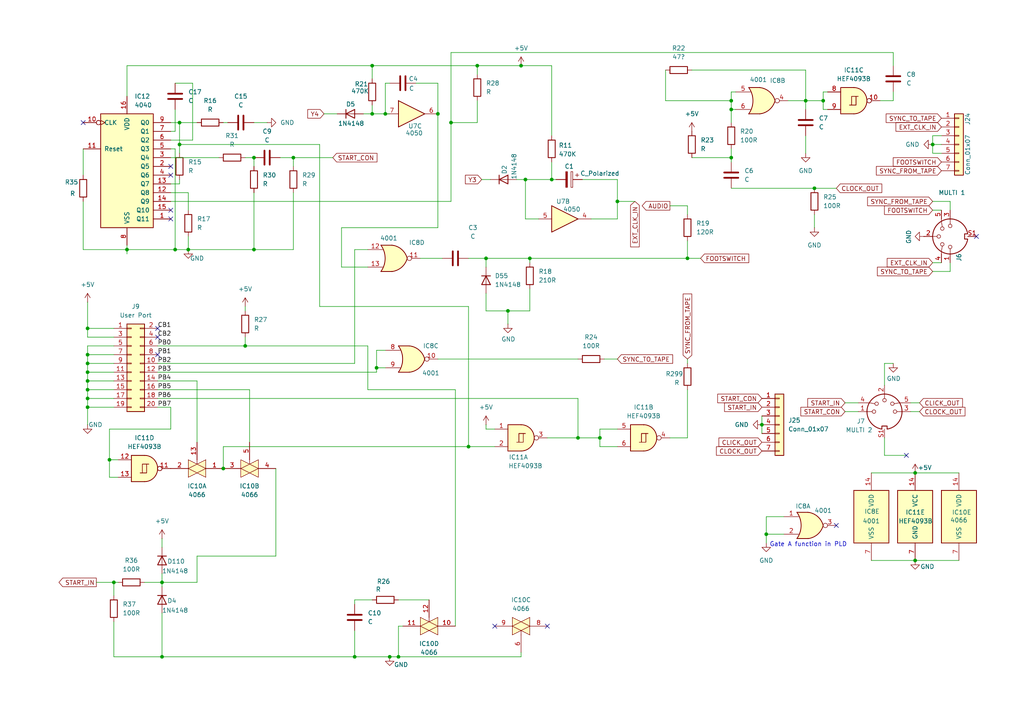
<source format=kicad_sch>
(kicad_sch (version 20250114) (generator "eeschema") (generator_version "9.0")
  (paper "A4")
  (text "Gate A function in PLD" (at 234.442 157.988 0) (effects (font (size 1.27 1.27))))
  (junction (at 52.07 41.91))
  (junction (at 113.03 190.5))
  (junction (at 265.43 137.16))
  (junction (at 265.43 162.56))
  (junction (at 173.99 127))
  (junction (at 130.81 35.56))
  (junction (at 25.4 95.25))
  (junction (at 111.76 33.02))
  (junction (at 46.99 168.91))
  (junction (at 152.4 52.07))
  (junction (at 127 33.02))
  (junction (at 233.68 29.21))
  (junction (at 151.13 19.05))
  (junction (at 138.43 19.05))
  (junction (at 238.76 29.21))
  (junction (at 25.4 105.41))
  (junction (at 140.97 74.93))
  (junction (at 167.64 127))
  (junction (at 50.8 72.39))
  (junction (at 270.51 41.91))
  (junction (at 25.4 110.49))
  (junction (at 109.22 106.68))
  (junction (at 25.4 118.11))
  (junction (at 107.95 33.02))
  (junction (at 147.32 90.17))
  (junction (at 25.4 113.03))
  (junction (at 85.09 45.72))
  (junction (at 52.07 35.56))
  (junction (at 179.07 58.42))
  (junction (at 54.61 72.39))
  (junction (at 102.87 190.5))
  (junction (at 212.09 45.72))
  (junction (at 115.57 190.5))
  (junction (at 25.4 107.95))
  (junction (at 31.75 133.35))
  (junction (at 25.4 115.57))
  (junction (at 236.22 54.61))
  (junction (at 71.12 100.33))
  (junction (at 220.98 123.19))
  (junction (at 222.25 154.94))
  (junction (at 73.66 45.72))
  (junction (at 46.99 190.5))
  (junction (at 25.4 102.87))
  (junction (at 107.95 19.05))
  (junction (at 212.09 29.21))
  (junction (at 160.02 52.07))
  (junction (at 135.89 129.54))
  (junction (at 73.66 72.39))
  (junction (at 212.09 31.75))
  (junction (at 64.77 135.89))
  (junction (at 199.39 74.93))
  (junction (at 33.02 168.91))
  (junction (at 153.67 74.93))
  (junction (at 36.83 72.39))
  (no_connect (at 283.21 68.58))
  (no_connect (at 45.72 102.87))
  (no_connect (at 49.53 50.8))
  (no_connect (at 242.57 152.4))
  (no_connect (at 158.75 181.61))
  (no_connect (at 45.72 97.79))
  (no_connect (at 262.89 132.08))
  (no_connect (at 49.53 48.26))
  (no_connect (at 24.13 35.56))
  (no_connect (at 143.51 181.61))
  (no_connect (at 45.72 95.25))
  (no_connect (at 49.53 60.96))
  (no_connect (at 49.53 63.5))
  (wire (pts (xy 80.01 135.89) (xy 80.01 161.29)))
  (wire (pts (xy 25.4 107.95) (xy 33.02 107.95)))
  (wire (pts (xy 264.16 116.84) (xy 266.7 116.84)))
  (wire (pts (xy 102.87 105.41) (xy 102.87 72.39)))
  (wire (pts (xy 25.4 100.33) (xy 25.4 102.87)))
  (wire (pts (xy 49.53 58.42) (xy 130.81 58.42)))
  (wire (pts (xy 25.4 87.63) (xy 25.4 95.25)))
  (wire (pts (xy 233.68 29.21) (xy 233.68 20.32)))
  (wire (pts (xy 140.97 124.46) (xy 140.97 123.19)))
  (wire (pts (xy 238.76 29.21) (xy 238.76 26.67)))
  (wire (pts (xy 93.98 33.02) (xy 97.79 33.02)))
  (wire (pts (xy 49.53 40.64) (xy 55.88 40.64)))
  (wire (pts (xy 52.07 41.91) (xy 92.71 41.91)))
  (wire (pts (xy 71.12 100.33) (xy 106.68 100.33)))
  (wire (pts (xy 116.84 181.61) (xy 115.57 181.61)))
  (wire (pts (xy 236.22 54.61) (xy 242.57 54.61)))
  (wire (pts (xy 50.8 24.13) (xy 55.88 24.13)))
  (wire (pts (xy 25.4 110.49) (xy 33.02 110.49)))
  (wire (pts (xy 36.83 71.12) (xy 36.83 72.39)))
  (wire (pts (xy 25.4 110.49) (xy 25.4 113.03)))
  (wire (pts (xy 25.4 113.03) (xy 25.4 115.57)))
  (wire (pts (xy 199.39 69.85) (xy 199.39 74.93)))
  (wire (pts (xy 127 104.14) (xy 167.64 104.14)))
  (wire (pts (xy 49.53 45.72) (xy 63.5 45.72)))
  (wire (pts (xy 168.91 52.07) (xy 179.07 52.07)))
  (wire (pts (xy 57.15 110.49) (xy 57.15 128.27)))
  (wire (pts (xy 54.61 72.39) (xy 73.66 72.39)))
  (wire (pts (xy 36.83 19.05) (xy 36.83 27.94)))
  (wire (pts (xy 259.08 26.67) (xy 259.08 29.21)))
  (wire (pts (xy 92.71 88.9) (xy 135.89 88.9)))
  (wire (pts (xy 222.25 154.94) (xy 222.25 157.48)))
  (wire (pts (xy 265.43 162.56) (xy 278.13 162.56)))
  (wire (pts (xy 153.67 74.93) (xy 153.67 76.2)))
  (wire (pts (xy 227.33 154.94) (xy 222.25 154.94)))
  (wire (pts (xy 73.66 45.72) (xy 73.66 48.26)))
  (wire (pts (xy 33.02 190.5) (xy 46.99 190.5)))
  (wire (pts (xy 158.75 127) (xy 167.64 127)))
  (wire (pts (xy 152.4 52.07) (xy 152.4 63.5)))
  (wire (pts (xy 41.91 168.91) (xy 46.99 168.91)))
  (wire (pts (xy 151.13 190.5) (xy 151.13 189.23)))
  (wire (pts (xy 25.4 107.95) (xy 25.4 110.49)))
  (wire (pts (xy 160.02 46.99) (xy 160.02 52.07)))
  (wire (pts (xy 194.31 127) (xy 199.39 127)))
  (wire (pts (xy 25.4 95.25) (xy 25.4 97.79)))
  (wire (pts (xy 115.57 173.99) (xy 124.46 173.99)))
  (wire (pts (xy 25.4 105.41) (xy 33.02 105.41)))
  (wire (pts (xy 160.02 19.05) (xy 160.02 39.37)))
  (wire (pts (xy 111.76 106.68) (xy 109.22 106.68)))
  (wire (pts (xy 33.02 168.91) (xy 34.29 168.91)))
  (wire (pts (xy 270.51 39.37) (xy 270.51 41.91)))
  (wire (pts (xy 220.98 120.65) (xy 220.98 123.19)))
  (wire (pts (xy 200.66 20.32) (xy 233.68 20.32)))
  (wire (pts (xy 212.09 54.61) (xy 236.22 54.61)))
  (wire (pts (xy 259.08 105.41) (xy 256.54 105.41)))
  (wire (pts (xy 25.4 115.57) (xy 25.4 118.11)))
  (wire (pts (xy 52.07 44.45) (xy 52.07 41.91)))
  (wire (pts (xy 54.61 55.88) (xy 54.61 60.96)))
  (wire (pts (xy 92.71 41.91) (xy 92.71 88.9)))
  (wire (pts (xy 25.4 102.87) (xy 33.02 102.87)))
  (wire (pts (xy 50.8 31.75) (xy 50.8 38.1)))
  (wire (pts (xy 135.89 74.93) (xy 140.97 74.93)))
  (wire (pts (xy 54.61 68.58) (xy 54.61 72.39)))
  (wire (pts (xy 273.05 39.37) (xy 270.51 39.37)))
  (wire (pts (xy 171.45 63.5) (xy 179.07 63.5)))
  (wire (pts (xy 71.12 97.79) (xy 71.12 100.33)))
  (wire (pts (xy 25.4 118.11) (xy 25.4 123.19)))
  (wire (pts (xy 275.59 76.2) (xy 275.59 78.74)))
  (wire (pts (xy 147.32 90.17) (xy 153.67 90.17)))
  (wire (pts (xy 130.81 15.24) (xy 259.08 15.24)))
  (wire (pts (xy 49.53 55.88) (xy 54.61 55.88)))
  (wire (pts (xy 85.09 55.88) (xy 85.09 72.39)))
  (wire (pts (xy 73.66 72.39) (xy 85.09 72.39)))
  (wire (pts (xy 127 33.02) (xy 127 66.04)))
  (wire (pts (xy 115.57 190.5) (xy 151.13 190.5)))
  (wire (pts (xy 140.97 74.93) (xy 140.97 77.47)))
  (wire (pts (xy 220.98 123.19) (xy 220.98 125.73)))
  (wire (pts (xy 113.03 190.5) (xy 102.87 190.5)))
  (wire (pts (xy 256.54 132.08) (xy 256.54 127)))
  (wire (pts (xy 173.99 129.54) (xy 179.07 129.54)))
  (wire (pts (xy 238.76 26.67) (xy 240.03 26.67)))
  (wire (pts (xy 36.83 19.05) (xy 107.95 19.05)))
  (wire (pts (xy 46.99 168.91) (xy 46.99 170.18)))
  (wire (pts (xy 212.09 29.21) (xy 212.09 26.67)))
  (wire (pts (xy 107.95 173.99) (xy 102.87 173.99)))
  (wire (pts (xy 259.08 29.21) (xy 255.27 29.21)))
  (wire (pts (xy 127 24.13) (xy 127 33.02)))
  (wire (pts (xy 50.8 43.18) (xy 50.8 72.39)))
  (wire (pts (xy 24.13 43.18) (xy 24.13 50.8)))
  (wire (pts (xy 256.54 105.41) (xy 256.54 111.76)))
  (wire (pts (xy 179.07 52.07) (xy 179.07 58.42)))
  (wire (pts (xy 25.4 113.03) (xy 33.02 113.03)))
  (wire (pts (xy 227.33 149.86) (xy 222.25 149.86)))
  (wire (pts (xy 50.8 43.18) (xy 49.53 43.18)))
  (wire (pts (xy 57.15 161.29) (xy 80.01 161.29)))
  (wire (pts (xy 199.39 113.03) (xy 199.39 127)))
  (wire (pts (xy 25.4 115.57) (xy 33.02 115.57)))
  (wire (pts (xy 52.07 35.56) (xy 57.15 35.56)))
  (wire (pts (xy 45.72 113.03) (xy 72.39 113.03)))
  (wire (pts (xy 31.75 124.46) (xy 31.75 133.35)))
  (wire (pts (xy 45.72 115.57) (xy 167.64 115.57)))
  (wire (pts (xy 252.73 137.16) (xy 265.43 137.16)))
  (wire (pts (xy 33.02 97.79) (xy 25.4 97.79)))
  (wire (pts (xy 46.99 190.5) (xy 102.87 190.5)))
  (wire (pts (xy 259.08 15.24) (xy 259.08 19.05)))
  (wire (pts (xy 193.04 20.32) (xy 193.04 29.21)))
  (wire (pts (xy 173.99 124.46) (xy 179.07 124.46)))
  (wire (pts (xy 212.09 35.56) (xy 212.09 31.75)))
  (wire (pts (xy 140.97 90.17) (xy 147.32 90.17)))
  (wire (pts (xy 270.51 78.74) (xy 275.59 78.74)))
  (wire (pts (xy 270.51 76.2) (xy 273.05 76.2)))
  (wire (pts (xy 109.22 106.68) (xy 109.22 107.95)))
  (wire (pts (xy 138.43 35.56) (xy 130.81 35.56)))
  (wire (pts (xy 109.22 101.6) (xy 109.22 106.68)))
  (wire (pts (xy 120.65 24.13) (xy 127 24.13)))
  (wire (pts (xy 275.59 58.42) (xy 270.51 58.42)))
  (wire (pts (xy 130.81 35.56) (xy 130.81 15.24)))
  (wire (pts (xy 46.99 166.37) (xy 46.99 168.91)))
  (wire (pts (xy 228.6 29.21) (xy 233.68 29.21)))
  (wire (pts (xy 64.77 129.54) (xy 135.89 129.54)))
  (wire (pts (xy 111.76 101.6) (xy 109.22 101.6)))
  (wire (pts (xy 81.28 45.72) (xy 85.09 45.72)))
  (wire (pts (xy 245.11 119.38) (xy 248.92 119.38)))
  (wire (pts (xy 52.07 53.34) (xy 52.07 52.07)))
  (wire (pts (xy 36.83 72.39) (xy 24.13 72.39)))
  (wire (pts (xy 52.07 41.91) (xy 52.07 35.56)))
  (wire (pts (xy 121.92 74.93) (xy 128.27 74.93)))
  (wire (pts (xy 212.09 45.72) (xy 212.09 46.99)))
  (wire (pts (xy 167.64 127) (xy 173.99 127)))
  (wire (pts (xy 212.09 43.18) (xy 212.09 45.72)))
  (wire (pts (xy 233.68 39.37) (xy 233.68 44.45)))
  (wire (pts (xy 140.97 85.09) (xy 140.97 90.17)))
  (wire (pts (xy 138.43 29.21) (xy 138.43 35.56)))
  (wire (pts (xy 222.25 149.86) (xy 222.25 154.94)))
  (wire (pts (xy 33.02 100.33) (xy 25.4 100.33)))
  (wire (pts (xy 113.03 33.02) (xy 111.76 33.02)))
  (wire (pts (xy 132.08 113.03) (xy 132.08 181.61)))
  (wire (pts (xy 173.99 127) (xy 173.99 129.54)))
  (wire (pts (xy 143.51 124.46) (xy 140.97 124.46)))
  (wire (pts (xy 34.29 138.43) (xy 31.75 138.43)))
  (wire (pts (xy 49.53 38.1) (xy 50.8 38.1)))
  (wire (pts (xy 138.43 19.05) (xy 151.13 19.05)))
  (wire (pts (xy 149.86 52.07) (xy 152.4 52.07)))
  (wire (pts (xy 107.95 19.05) (xy 138.43 19.05)))
  (wire (pts (xy 27.94 168.91) (xy 33.02 168.91)))
  (wire (pts (xy 33.02 168.91) (xy 33.02 172.72)))
  (wire (pts (xy 199.39 59.69) (xy 199.39 62.23)))
  (wire (pts (xy 46.99 177.8) (xy 46.99 190.5)))
  (wire (pts (xy 99.06 77.47) (xy 106.68 77.47)))
  (wire (pts (xy 64.77 135.89) (xy 64.77 129.54)))
  (wire (pts (xy 24.13 72.39) (xy 24.13 58.42)))
  (wire (pts (xy 102.87 182.88) (xy 102.87 190.5)))
  (wire (pts (xy 57.15 168.91) (xy 57.15 161.29)))
  (wire (pts (xy 135.89 88.9) (xy 135.89 129.54)))
  (wire (pts (xy 179.07 58.42) (xy 179.07 63.5)))
  (wire (pts (xy 64.77 35.56) (xy 66.04 35.56)))
  (wire (pts (xy 25.4 118.11) (xy 33.02 118.11)))
  (wire (pts (xy 73.66 55.88) (xy 73.66 72.39)))
  (wire (pts (xy 49.53 53.34) (xy 52.07 53.34)))
  (wire (pts (xy 45.72 118.11) (xy 49.53 118.11)))
  (wire (pts (xy 175.26 104.14) (xy 179.07 104.14)))
  (wire (pts (xy 173.99 124.46) (xy 173.99 127)))
  (wire (pts (xy 199.39 105.41) (xy 199.39 104.14)))
  (wire (pts (xy 212.09 31.75) (xy 213.36 31.75)))
  (wire (pts (xy 193.04 29.21) (xy 212.09 29.21)))
  (wire (pts (xy 49.53 118.11) (xy 49.53 124.46)))
  (wire (pts (xy 85.09 45.72) (xy 96.52 45.72)))
  (wire (pts (xy 45.72 107.95) (xy 109.22 107.95)))
  (wire (pts (xy 25.4 95.25) (xy 33.02 95.25)))
  (wire (pts (xy 238.76 29.21) (xy 233.68 29.21)))
  (wire (pts (xy 238.76 31.75) (xy 238.76 29.21)))
  (wire (pts (xy 52.07 35.56) (xy 49.53 35.56)))
  (wire (pts (xy 36.83 72.39) (xy 36.83 73.66)))
  (wire (pts (xy 273.05 44.45) (xy 270.51 44.45)))
  (wire (pts (xy 111.76 24.13) (xy 111.76 33.02)))
  (wire (pts (xy 107.95 33.02) (xy 111.76 33.02)))
  (wire (pts (xy 138.43 19.05) (xy 138.43 21.59)))
  (wire (pts (xy 245.11 116.84) (xy 248.92 116.84)))
  (wire (pts (xy 105.41 33.02) (xy 107.95 33.02)))
  (wire (pts (xy 106.68 100.33) (xy 106.68 113.03)))
  (wire (pts (xy 143.51 129.54) (xy 135.89 129.54)))
  (wire (pts (xy 233.68 29.21) (xy 233.68 31.75)))
  (wire (pts (xy 265.43 137.16) (xy 278.13 137.16)))
  (wire (pts (xy 45.72 105.41) (xy 102.87 105.41)))
  (wire (pts (xy 270.51 41.91) (xy 273.05 41.91)))
  (wire (pts (xy 72.39 113.03) (xy 72.39 128.27)))
  (wire (pts (xy 115.57 181.61) (xy 115.57 190.5)))
  (wire (pts (xy 111.76 24.13) (xy 113.03 24.13)))
  (wire (pts (xy 184.15 58.42) (xy 179.07 58.42)))
  (wire (pts (xy 262.89 132.08) (xy 256.54 132.08)))
  (wire (pts (xy 25.4 102.87) (xy 25.4 105.41)))
  (wire (pts (xy 200.66 45.72) (xy 212.09 45.72)))
  (wire (pts (xy 194.31 59.69) (xy 199.39 59.69)))
  (wire (pts (xy 46.99 168.91) (xy 57.15 168.91)))
  (wire (pts (xy 152.4 63.5) (xy 156.21 63.5)))
  (wire (pts (xy 127 66.04) (xy 99.06 66.04)))
  (wire (pts (xy 275.59 60.96) (xy 275.59 58.42)))
  (wire (pts (xy 31.75 138.43) (xy 31.75 133.35)))
  (wire (pts (xy 160.02 52.07) (xy 161.29 52.07)))
  (wire (pts (xy 113.03 190.5) (xy 115.57 190.5)))
  (wire (pts (xy 140.97 74.93) (xy 153.67 74.93)))
  (wire (pts (xy 152.4 52.07) (xy 160.02 52.07)))
  (wire (pts (xy 49.53 124.46) (xy 31.75 124.46)))
  (wire (pts (xy 71.12 88.9) (xy 71.12 90.17)))
  (wire (pts (xy 252.73 162.56) (xy 265.43 162.56)))
  (wire (pts (xy 236.22 62.23) (xy 236.22 66.04)))
  (wire (pts (xy 264.16 119.38) (xy 266.7 119.38)))
  (wire (pts (xy 102.87 72.39) (xy 106.68 72.39)))
  (wire (pts (xy 270.51 60.96) (xy 273.05 60.96)))
  (wire (pts (xy 73.66 35.56) (xy 77.47 35.56)))
  (wire (pts (xy 167.64 115.57) (xy 167.64 127)))
  (wire (pts (xy 46.99 156.21) (xy 46.99 158.75)))
  (wire (pts (xy 199.39 74.93) (xy 203.2 74.93)))
  (wire (pts (xy 238.76 31.75) (xy 240.03 31.75)))
  (wire (pts (xy 160.02 19.05) (xy 151.13 19.05)))
  (wire (pts (xy 25.4 105.41) (xy 25.4 107.95)))
  (wire (pts (xy 31.75 133.35) (xy 34.29 133.35)))
  (wire (pts (xy 33.02 190.5) (xy 33.02 180.34)))
  (wire (pts (xy 153.67 74.93) (xy 199.39 74.93)))
  (wire (pts (xy 107.95 19.05) (xy 107.95 22.86)))
  (wire (pts (xy 55.88 40.64) (xy 55.88 24.13)))
  (wire (pts (xy 50.8 72.39) (xy 54.61 72.39)))
  (wire (pts (xy 102.87 173.99) (xy 102.87 175.26)))
  (wire (pts (xy 212.09 31.75) (xy 212.09 29.21)))
  (wire (pts (xy 50.8 72.39) (xy 36.83 72.39)))
  (wire (pts (xy 45.72 100.33) (xy 71.12 100.33)))
  (wire (pts (xy 107.95 30.48) (xy 107.95 33.02)))
  (wire (pts (xy 71.12 45.72) (xy 73.66 45.72)))
  (wire (pts (xy 45.72 110.49) (xy 57.15 110.49)))
  (wire (pts (xy 153.67 90.17) (xy 153.67 83.82)))
  (wire (pts (xy 130.81 58.42) (xy 130.81 35.56)))
  (wire (pts (xy 106.68 113.03) (xy 132.08 113.03)))
  (wire (pts (xy 212.09 26.67) (xy 213.36 26.67)))
  (wire (pts (xy 85.09 45.72) (xy 85.09 48.26)))
  (wire (pts (xy 270.51 44.45) (xy 270.51 41.91)))
  (wire (pts (xy 147.32 90.17) (xy 147.32 93.98)))
  (wire (pts (xy 99.06 66.04) (xy 99.06 77.47)))
  (wire (pts (xy 139.7 52.07) (xy 142.24 52.07)))
  (label "PB7" (at 45.72 118.11 0))
  (label "PB4" (at 45.72 110.49 0))
  (label "PB0" (at 45.72 100.33 0))
  (label "PB2" (at 45.72 105.41 0))
  (label "CB1" (at 45.72 95.25 0))
  (label "PB3" (at 45.72 107.95 0))
  (label "PB5" (at 45.72 113.03 0))
  (label "CB2" (at 45.72 97.79 0))
  (label "PB1" (at 45.72 102.87 0))
  (label "PB6" (at 45.72 115.57 0))
  (global_label "SYNC_FROM_TAPE" (shape input) (at 273.05 49.53 180) (property "Intersheetrefs" "${INTERSHEET_REFS}" (effects (hide yes))))
  (global_label "SYNC_TO_TAPE" (shape input) (at 273.05 34.29 180) (property "Intersheetrefs" "${INTERSHEET_REFS}" (effects (hide yes))))
  (global_label "CLICK_OUT" (shape input) (at 266.7 116.84 0) (property "Intersheetrefs" "${INTERSHEET_REFS}" (effects (hide yes))))
  (global_label "SYNC_FROM_TAPE" (shape input) (at 199.39 104.14 90) (property "Intersheetrefs" "${INTERSHEET_REFS}" (effects (hide yes))))
  (global_label "START_CON" (shape input) (at 220.98 115.57 180) (property "Intersheetrefs" "${INTERSHEET_REFS}" (effects (hide yes))))
  (global_label "START_IN" (shape output) (at 27.94 168.91 180) (property "Intersheetrefs" "${INTERSHEET_REFS}" (effects (hide yes))))
  (global_label "SYNC_TO_TAPE" (shape input) (at 270.51 78.74 180) (property "Intersheetrefs" "${INTERSHEET_REFS}" (effects (hide yes))))
  (global_label "Y3" (shape input) (at 139.7 52.07 180) (property "Intersheetrefs" "${INTERSHEET_REFS}" (effects (hide yes))))
  (global_label "EXT_CLK_IN" (shape input) (at 270.51 76.2 180) (property "Intersheetrefs" "${INTERSHEET_REFS}" (effects (hide yes))))
  (global_label "CLICK_OUT" (shape input) (at 220.98 128.27 180) (property "Intersheetrefs" "${INTERSHEET_REFS}" (effects (hide yes))))
  (global_label "CLOCK_OUT" (shape input) (at 242.57 54.61 0) (property "Intersheetrefs" "${INTERSHEET_REFS}" (effects (hide yes))))
  (global_label "START_CON" (shape input) (at 96.52 45.72 0) (property "Intersheetrefs" "${INTERSHEET_REFS}" (effects (hide yes))))
  (global_label "FOOTSWITCH" (shape input) (at 273.05 46.99 180) (property "Intersheetrefs" "${INTERSHEET_REFS}" (effects (hide yes))))
  (global_label "SYNC_TO_TAPE" (shape input) (at 179.07 104.14 0) (property "Intersheetrefs" "${INTERSHEET_REFS}" (effects (hide yes))))
  (global_label "START_IN" (shape input) (at 220.98 118.11 180) (property "Intersheetrefs" "${INTERSHEET_REFS}" (effects (hide yes))))
  (global_label "START_CON" (shape input) (at 245.11 119.38 180) (property "Intersheetrefs" "${INTERSHEET_REFS}" (effects (hide yes))))
  (global_label "Y4" (shape input) (at 93.98 33.02 180) (property "Intersheetrefs" "${INTERSHEET_REFS}" (effects (hide yes))))
  (global_label "CLOCK_OUT" (shape input) (at 220.98 130.81 180) (property "Intersheetrefs" "${INTERSHEET_REFS}" (effects (hide yes))))
  (global_label "AUDIO" (shape output) (at 194.31 59.69 180) (property "Intersheetrefs" "${INTERSHEET_REFS}" (effects (hide yes))))
  (global_label "EXT_CLK_IN" (shape input) (at 184.15 58.42 270) (property "Intersheetrefs" "${INTERSHEET_REFS}" (effects (hide yes))))
  (global_label "EXT_CLK_IN" (shape input) (at 273.05 36.83 180) (property "Intersheetrefs" "${INTERSHEET_REFS}" (effects (hide yes))))
  (global_label "START_IN" (shape input) (at 245.11 116.84 180) (property "Intersheetrefs" "${INTERSHEET_REFS}" (effects (hide yes))))
  (global_label "CLOCK_OUT" (shape input) (at 266.7 119.38 0) (property "Intersheetrefs" "${INTERSHEET_REFS}" (effects (hide yes))))
  (global_label "FOOTSWITCH" (shape input) (at 270.51 60.96 180) (property "Intersheetrefs" "${INTERSHEET_REFS}" (effects (hide yes))))
  (global_label "FOOTSWITCH" (shape input) (at 203.2 74.93 0) (property "Intersheetrefs" "${INTERSHEET_REFS}" (effects (hide yes))))
  (global_label "SYNC_FROM_TAPE" (shape input) (at 270.51 58.42 180) (property "Intersheetrefs" "${INTERSHEET_REFS}" (effects (hide yes))))
  (symbol (lib_id "4xxx:4066") (at 278.13 149.86 0) (unit 5)
    (property "Reference" "IC10" (at 276.098 148.59 0) (effects (justify left)))
    (property "Value" "4066" (at 275.59 150.876 0) (effects (justify left)))
    (property "Footprint" "Package_DIP:DIP-14_W7.62mm_Socket_LongPads" (effects (hide yes)))
    (property "Datasheet" "http://www.ti.com/lit/ds/symlink/cd4066b.pdf" (effects (hide yes)))
    (property "Description" "Quad Analog Switches" (effects (hide yes)))
  )
  (symbol (lib_id "power:GND") (at 222.25 157.48 0) (unit 1)
    (property "Reference" "#PWR042" (effects (hide yes)))
    (property "Value" "GND" (at 222.25 162.56 0))
    (property "Description" "Power symbol creates a global label with name \"GND\" , ground" (effects (hide yes)))
  )
  (symbol (lib_id "power:GND") (at 270.51 41.91 270) (unit 1)
    (property "Reference" "#PWR055" (effects (hide yes)))
    (property "Value" "GND" (at 266.7 41.9099 90) (effects (justify right)))
    (property "Description" "Power symbol creates a global label with name \"GND\" , ground" (effects (hide yes)))
  )
  (symbol (lib_id "Diode:1N4148") (at 140.97 81.28 270) (unit 1)
    (property "Reference" "D55" (at 143.51 80.0099 90) (effects (justify left)))
    (property "Value" "1N4148" (at 143.51 82.5499 90) (effects (justify left)))
    (property "Footprint" "Diode_THT:D_DO-35_SOD27_P7.62mm_Horizontal" (effects (hide yes)))
    (property "Datasheet" "https://assets.nexperia.com/documents/data-sheet/1N4148_1N4448.pdf" (effects (hide yes)))
    (property "Description" "100V 0.15A standard switching diode, DO-35" (effects (hide yes)))
    (property "Sim.Device" "D" (effects (hide yes)))
    (property "Sim.Pins" "1=K 2=A" (effects (hide yes)))
  )
  (symbol (lib_id "4xxx:4050") (at 119.38 33.02 0) (unit 3)
    (property "Reference" "U7" (at 120.396 36.576 0))
    (property "Value" "4050" (at 120.142 38.608 0))
    (property "Footprint" "Package_DIP:DIP-16_W7.62mm_LongPads" (effects (hide yes)))
    (property "Datasheet" "http://www.intersil.com/content/dam/intersil/documents/cd40/cd4050bms.pdf" (effects (hide yes)))
    (property "Description" "Hex Buffer" (effects (hide yes)))
  )
  (symbol (lib_id "Device:R") (at 54.61 64.77 0) (unit 1)
    (property "Reference" "R17" (at 57.15 63.4999 0) (effects (justify left)))
    (property "Value" "R" (at 57.15 66.0399 0) (effects (justify left)))
    (property "Footprint" "Resistor_THT:R_Axial_DIN0207_L6.3mm_D2.5mm_P10.16mm_Horizontal" (effects (hide yes)))
    (property "Description" "Resistor" (effects (hide yes)))
  )
  (symbol (lib_id "Diode:1N4148") (at 46.99 173.99 270) (unit 1)
    (property "Reference" "D4" (at 48.514 174.244 90) (effects (justify left)))
    (property "Value" "1N4148" (at 46.99 177.038 90) (effects (justify left)))
    (property "Footprint" "Diode_THT:D_DO-35_SOD27_P7.62mm_Horizontal" (effects (hide yes)))
    (property "Datasheet" "https://assets.nexperia.com/documents/data-sheet/1N4148_1N4448.pdf" (effects (hide yes)))
    (property "Description" "100V 0.15A standard switching diode, DO-35" (effects (hide yes)))
    (property "Sim.Device" "D" (effects (hide yes)))
    (property "Sim.Pins" "1=K 2=A" (effects (hide yes)))
  )
  (symbol (lib_id "power:+5V") (at 25.4 87.63 0) (unit 1)
    (property "Reference" "#PWR03" (effects (hide yes)))
    (property "Value" "+5V" (at 25.4 82.55 0))
    (property "Description" "Power symbol creates a global label with name \"+5V\"" (effects (hide yes)))
  )
  (symbol (lib_id "power:GND") (at 236.22 66.04 0) (unit 1)
    (property "Reference" "#PWR040" (effects (hide yes)))
    (property "Value" "GND" (at 236.22 71.12 0))
    (property "Description" "Power symbol creates a global label with name \"GND\" , ground" (effects (hide yes)))
  )
  (symbol (lib_id "4xxx:4050") (at 163.83 63.5 0) (unit 2)
    (property "Reference" "U7" (at 163.322 58.42 0))
    (property "Value" "4050" (at 165.862 60.706 0))
    (property "Footprint" "Package_DIP:DIP-16_W7.62mm_LongPads" (effects (hide yes)))
    (property "Datasheet" "http://www.intersil.com/content/dam/intersil/documents/cd40/cd4050bms.pdf" (effects (hide yes)))
    (property "Description" "Hex Buffer" (effects (hide yes)))
  )
  (symbol (lib_id "Device:R") (at 71.12 93.98 0) (unit 1)
    (property "Reference" "R27" (at 73.66 92.7099 0) (effects (justify left)))
    (property "Value" "R" (at 73.66 95.2499 0) (effects (justify left)))
    (property "Footprint" "Resistor_THT:R_Axial_DIN0207_L6.3mm_D2.5mm_P10.16mm_Horizontal" (effects (hide yes)))
    (property "Description" "Resistor" (effects (hide yes)))
  )
  (symbol (lib_id "4xxx:4066") (at 57.15 135.89 0) (mirror y) (unit 1)
    (property "Reference" "IC10" (at 57.15 140.97 0))
    (property "Value" "4066" (at 57.15 143.51 0))
    (property "Footprint" "Package_DIP:DIP-14_W7.62mm_Socket_LongPads" (effects (hide yes)))
    (property "Datasheet" "http://www.ti.com/lit/ds/symlink/cd4066b.pdf" (effects (hide yes)))
    (property "Description" "Quad Analog Switches" (effects (hide yes)))
  )
  (symbol (lib_id "Device:R") (at 52.07 48.26 0) (unit 1)
    (property "Reference" "R15" (at 54.61 46.9899 0) (effects (justify left)))
    (property "Value" "R" (at 54.61 49.5299 0) (effects (justify left)))
    (property "Footprint" "Resistor_THT:R_Axial_DIN0207_L6.3mm_D2.5mm_P10.16mm_Horizontal" (effects (hide yes)))
    (property "Description" "Resistor" (effects (hide yes)))
  )
  (symbol (lib_id "4xxx:HEF4093B") (at 41.91 135.89 0) (unit 4)
    (property "Reference" "IC11" (at 41.9017 127 0))
    (property "Value" "HEF4093B" (at 41.9017 129.54 0))
    (property "Footprint" "Package_DIP:DIP-14_W7.62mm_Socket_LongPads" (effects (hide yes)))
    (property "Datasheet" "https://assets.nexperia.com/documents/data-sheet/HEF4093B.pdf" (effects (hide yes)))
    (property "Description" "Quad 2-Input NAND Schmitt Trigger, SOIC-14" (effects (hide yes)))
  )
  (symbol (lib_id "Connector_Generic:Conn_01x07") (at 226.06 123.19 0) (unit 1)
    (property "Reference" "J25" (at 228.6 121.9199 0) (effects (justify left)))
    (property "Value" "Conn_01x07" (at 228.6 124.4599 0) (effects (justify left)))
    (property "Footprint" "Connector_PinHeader_2.54mm:PinHeader_1x07_P2.54mm_Vertical" (effects (hide yes)))
    (property "Description" "Generic connector, single row, 01x07, script generated (kicad-library-utils/schlib/autogen/connector/)" (effects (hide yes)))
  )
  (symbol (lib_id "4xxx:4066") (at 72.39 135.89 0) (mirror y) (unit 2)
    (property "Reference" "IC10" (at 72.39 140.97 0))
    (property "Value" "4066" (at 72.39 143.51 0))
    (property "Footprint" "Package_DIP:DIP-14_W7.62mm_Socket_LongPads" (effects (hide yes)))
    (property "Datasheet" "http://www.ti.com/lit/ds/symlink/cd4066b.pdf" (effects (hide yes)))
    (property "Description" "Quad Analog Switches" (effects (hide yes)))
  )
  (symbol (lib_id "Device:C") (at 259.08 22.86 0) (unit 1)
    (property "Reference" "C8" (at 262.89 21.5899 0) (effects (justify left)))
    (property "Value" "C" (at 262.89 24.1299 0) (effects (justify left)))
    (property "Footprint" "Capacitor_THT:C_Disc_D7.5mm_W2.5mm_P5.00mm" (effects (hide yes)))
    (property "Description" "Unpolarized capacitor" (effects (hide yes)))
  )
  (symbol (lib_id "Connector_Generic:Conn_01x07") (at 278.13 41.91 0) (unit 1)
    (property "Reference" "J24" (at 280.67 36.322 90) (effects (justify left)))
    (property "Value" "Conn_01x07" (at 280.67 50.8 90) (effects (justify left)))
    (property "Footprint" "Connector_PinHeader_2.54mm:PinHeader_1x07_P2.54mm_Vertical" (effects (hide yes)))
    (property "Description" "Generic connector, single row, 01x07, script generated (kicad-library-utils/schlib/autogen/connector/)" (effects (hide yes)))
  )
  (symbol (lib_id "Device:R") (at 33.02 176.53 0) (unit 1)
    (property "Reference" "R37" (at 35.56 175.2599 0) (effects (justify left)))
    (property "Value" "100R" (at 35.56 177.7999 0) (effects (justify left)))
    (property "Footprint" "Resistor_THT:R_Axial_DIN0207_L6.3mm_D2.5mm_P10.16mm_Horizontal" (effects (hide yes)))
    (property "Description" "Resistor" (effects (hide yes)))
  )
  (symbol (lib_id "Device:R") (at 107.95 26.67 0) (unit 1)
    (property "Reference" "R21" (at 102.87 24.384 0) (effects (justify left)))
    (property "Value" "470K" (at 101.854 26.416 0) (effects (justify left)))
    (property "Footprint" "Resistor_THT:R_Axial_DIN0207_L6.3mm_D2.5mm_P10.16mm_Horizontal" (effects (hide yes)))
    (property "Description" "Resistor" (effects (hide yes)))
  )
  (symbol (lib_id "power:GND") (at 267.97 68.58 270) (unit 1)
    (property "Reference" "#PWR043" (effects (hide yes)))
    (property "Value" "GND" (at 263.5758 68.707 0))
    (property "Description" "Power symbol creates a global label with name \"GND\" , ground" (effects (hide yes)))
  )
  (symbol (lib_id "Device:C_Polarized") (at 165.1 52.07 270) (unit 1)
    (property "Reference" "C1" (at 165.1 48.26 90))
    (property "Value" "C_Polarized" (at 173.99 50.292 90))
    (property "Footprint" "Capacitor_THT:CP_Radial_Tantal_D4.5mm_P2.50mm" (effects (hide yes)))
    (property "Description" "Polarized capacitor" (effects (hide yes)))
  )
  (symbol (lib_id "Device:R") (at 199.39 109.22 0) (unit 1)
    (property "Reference" "R299" (at 193.04 108.458 0) (effects (justify left)))
    (property "Value" "R" (at 195.58 110.998 0) (effects (justify left)))
    (property "Footprint" "Resistor_THT:R_Axial_DIN0207_L6.3mm_D2.5mm_P10.16mm_Horizontal" (effects (hide yes)))
    (property "Description" "Resistor" (effects (hide yes)))
  )
  (symbol (lib_id "Connector_Generic:Conn_02x10_Odd_Even") (at 38.1 105.41 0) (unit 1)
    (property "Reference" "J9" (at 39.37 88.9 0))
    (property "Value" "User Port" (at 39.37 91.44 0))
    (property "Footprint" "Connector_IDC:IDC-Header_2x10_P2.54mm_Vertical" (effects (hide yes)))
    (property "Description" "Generic connector, double row, 02x10, odd/even pin numbering scheme (row 1 odd numbers, row 2 even numbers), script generated (kicad-library-utils/schlib/autogen/connector/)" (effects (hide yes)))
  )
  (symbol (lib_id "Device:R") (at 73.66 52.07 0) (unit 1)
    (property "Reference" "R30" (at 76.2 50.7999 0) (effects (justify left)))
    (property "Value" "R" (at 76.2 53.3399 0) (effects (justify left)))
    (property "Footprint" "Resistor_THT:R_Axial_DIN0207_L6.3mm_D2.5mm_P10.16mm_Horizontal" (effects (hide yes)))
    (property "Description" "Resistor" (effects (hide yes)))
  )
  (symbol (lib_id "4xxx:HEF4093B") (at 151.13 127 0) (unit 1)
    (property "Reference" "IC11" (at 150.368 132.588 0))
    (property "Value" "HEF4093B" (at 152.4 135.128 0))
    (property "Footprint" "Package_DIP:DIP-14_W7.62mm_Socket_LongPads" (effects (hide yes)))
    (property "Datasheet" "https://assets.nexperia.com/documents/data-sheet/HEF4093B.pdf" (effects (hide yes)))
    (property "Description" "Quad 2-Input NAND Schmitt Trigger, SOIC-14" (effects (hide yes)))
  )
  (symbol (lib_id "power:GND") (at 220.98 123.19 270) (unit 1)
    (property "Reference" "#PWR047" (effects (hide yes)))
    (property "Value" "GND" (at 217.17 123.1899 90) (effects (justify right)))
    (property "Description" "Power symbol creates a global label with name \"GND\" , ground" (effects (hide yes)))
  )
  (symbol (lib_id "4xxx:HEF4093B") (at 186.69 127 0) (unit 2)
    (property "Reference" "IC11" (at 186.6817 118.11 0))
    (property "Value" "HEF4093B" (at 186.6817 120.65 0))
    (property "Footprint" "Package_DIP:DIP-14_W7.62mm_Socket_LongPads" (effects (hide yes)))
    (property "Datasheet" "https://assets.nexperia.com/documents/data-sheet/HEF4093B.pdf" (effects (hide yes)))
    (property "Description" "Quad 2-Input NAND Schmitt Trigger, SOIC-14" (effects (hide yes)))
  )
  (symbol (lib_id "power:GND") (at 113.03 190.5 0) (unit 1)
    (property "Reference" "#PWR053" (effects (hide yes)))
    (property "Value" "GND" (at 116.332 192.786 0))
    (property "Description" "Power symbol creates a global label with name \"GND\" , ground" (effects (hide yes)))
  )
  (symbol (lib_id "power:+5V") (at 140.97 123.19 0) (unit 1)
    (property "Reference" "#PWR044" (effects (hide yes)))
    (property "Value" "+5V" (at 140.97 118.11 0))
    (property "Description" "Power symbol creates a global label with name \"+5V\"" (effects (hide yes)))
  )
  (symbol (lib_id "4xxx:4001") (at 114.3 74.93 0) (unit 4)
    (property "Reference" "IC8" (at 120.904 70.358 0))
    (property "Value" "4001" (at 112.776 69.088 0))
    (property "Footprint" "Package_DIP:DIP-14_W7.62mm_Socket_LongPads" (effects (hide yes)))
    (property "Datasheet" "http://www.intersil.com/content/dam/Intersil/documents/cd40/cd4000bms-01bms-02bms-25bms.pdf" (effects (hide yes)))
    (property "Description" "Quad Nor 2 inputs" (effects (hide yes)))
  )
  (symbol (lib_id "4xxx:4066") (at 151.13 181.61 180) (unit 3)
    (property "Reference" "IC10" (at 151.13 173.99 0))
    (property "Value" "4066" (at 151.13 176.53 0))
    (property "Footprint" "Package_DIP:DIP-14_W7.62mm_Socket_LongPads" (effects (hide yes)))
    (property "Datasheet" "http://www.ti.com/lit/ds/symlink/cd4066b.pdf" (effects (hide yes)))
    (property "Description" "Quad Analog Switches" (effects (hide yes)))
  )
  (symbol (lib_id "Device:C") (at 102.87 179.07 0) (unit 1)
    (property "Reference" "C10" (at 106.68 177.7999 0) (effects (justify left)))
    (property "Value" "C" (at 106.68 180.3399 0) (effects (justify left)))
    (property "Footprint" "Capacitor_THT:C_Disc_D7.5mm_W2.5mm_P5.00mm" (effects (hide yes)))
    (property "Description" "Unpolarized capacitor" (effects (hide yes)))
  )
  (symbol (lib_id "power:GND") (at 259.08 105.41 0) (unit 1)
    (property "Reference" "#PWR036" (effects (hide yes)))
    (property "Value" "GND" (at 259.207 109.8042 0))
    (property "Description" "Power symbol creates a global label with name \"GND\" , ground" (effects (hide yes)))
  )
  (symbol (lib_id "Device:R") (at 160.02 43.18 0) (unit 1)
    (property "Reference" "R11" (at 162.052 42.164 0) (effects (justify left)))
    (property "Value" "470K" (at 162.052 44.704 0) (effects (justify left)))
    (property "Footprint" "Resistor_THT:R_Axial_DIN0207_L6.3mm_D2.5mm_P10.16mm_Horizontal" (effects (hide yes)))
    (property "Description" "Resistor" (effects (hide yes)))
  )
  (symbol (lib_id "4xxx:4001") (at 252.73 149.86 0) (unit 5)
    (property "Reference" "IC8" (at 250.698 148.336 0) (effects (justify left)))
    (property "Value" "4001" (at 250.19 151.13 0) (effects (justify left)))
    (property "Footprint" "Package_DIP:DIP-14_W7.62mm_Socket_LongPads" (effects (hide yes)))
    (property "Datasheet" "http://www.intersil.com/content/dam/Intersil/documents/cd40/cd4000bms-01bms-02bms-25bms.pdf" (effects (hide yes)))
    (property "Description" "Quad Nor 2 inputs" (effects (hide yes)))
  )
  (symbol (lib_id "4xxx:4001") (at 119.38 104.14 0) (unit 3)
    (property "Reference" "IC8" (at 124.968 100.33 0))
    (property "Value" "4001" (at 124.968 108.204 0))
    (property "Footprint" "Package_DIP:DIP-14_W7.62mm_Socket_LongPads" (effects (hide yes)))
    (property "Datasheet" "http://www.intersil.com/content/dam/Intersil/documents/cd40/cd4000bms-01bms-02bms-25bms.pdf" (effects (hide yes)))
    (property "Description" "Quad Nor 2 inputs" (effects (hide yes)))
  )
  (symbol (lib_id "power:GND") (at 54.61 72.39 0) (unit 1)
    (property "Reference" "#PWR08" (effects (hide yes)))
    (property "Value" "GND" (at 57.15 74.93 0))
    (property "Description" "Power symbol creates a global label with name \"GND\" , ground" (effects (hide yes)))
  )
  (symbol (lib_id "Device:R") (at 67.31 45.72 90) (unit 1)
    (property "Reference" "R31" (at 67.31 39.37 90))
    (property "Value" "R" (at 67.31 41.91 90))
    (property "Footprint" "Resistor_THT:R_Axial_DIN0207_L6.3mm_D2.5mm_P10.16mm_Horizontal" (effects (hide yes)))
    (property "Description" "Resistor" (effects (hide yes)))
  )
  (symbol (lib_id "Device:C") (at 77.47 45.72 90) (unit 1)
    (property "Reference" "C9" (at 77.47 38.1 90))
    (property "Value" "C" (at 77.47 40.64 90))
    (property "Footprint" "Capacitor_THT:C_Disc_D7.5mm_W2.5mm_P5.00mm" (effects (hide yes)))
    (property "Description" "Unpolarized capacitor" (effects (hide yes)))
  )
  (symbol (lib_id "4xxx:4040") (at 36.83 48.26 0) (unit 1)
    (property "Reference" "IC12" (at 39.0241 27.94 0) (effects (justify left)))
    (property "Value" "4040" (at 39.0241 30.48 0) (effects (justify left)))
    (property "Footprint" "Package_DIP:DIP-16_W7.62mm_Socket_LongPads" (effects (hide yes)))
    (property "Datasheet" "http://www.intersil.com/content/dam/Intersil/documents/cd40/cd4020bms-24bms-40bms.pdf" (effects (hide yes)))
    (property "Description" "Binary Counter 12 stages (Asynchronous)" (effects (hide yes)))
  )
  (symbol (lib_id "power:GND") (at 265.43 162.56 0) (unit 1)
    (property "Reference" "#PWR035" (effects (hide yes)))
    (property "Value" "GND" (at 268.986 164.338 0))
    (property "Description" "Power symbol creates a global label with name \"GND\" , ground" (effects (hide yes)))
  )
  (symbol (lib_id "Diode:1N4148") (at 46.99 162.56 270) (unit 1)
    (property "Reference" "D110" (at 48.514 162.814 90) (effects (justify left)))
    (property "Value" "1N4148" (at 46.99 165.608 90) (effects (justify left)))
    (property "Footprint" "Diode_THT:D_DO-35_SOD27_P7.62mm_Horizontal" (effects (hide yes)))
    (property "Datasheet" "https://assets.nexperia.com/documents/data-sheet/1N4148_1N4448.pdf" (effects (hide yes)))
    (property "Description" "100V 0.15A standard switching diode, DO-35" (effects (hide yes)))
    (property "Sim.Device" "D" (effects (hide yes)))
    (property "Sim.Pins" "1=K 2=A" (effects (hide yes)))
  )
  (symbol (lib_id "power:GND") (at 77.47 35.56 90) (unit 1)
    (property "Reference" "#PWR049" (effects (hide yes)))
    (property "Value" "GND" (at 81.28 35.5599 90) (effects (justify right)))
    (property "Description" "Power symbol creates a global label with name \"GND\" , ground" (effects (hide yes)))
  )
  (symbol (lib_id "Diode:1N4148") (at 101.6 33.02 0) (unit 1)
    (property "Reference" "D5" (at 100.33 30.226 0) (effects (justify left)))
    (property "Value" "1N4148" (at 98.044 35.814 0) (effects (justify left)))
    (property "Footprint" "Diode_THT:D_DO-35_SOD27_P7.62mm_Horizontal" (effects (hide yes)))
    (property "Datasheet" "https://assets.nexperia.com/documents/data-sheet/1N4148_1N4448.pdf" (effects (hide yes)))
    (property "Description" "100V 0.15A standard switching diode, DO-35" (effects (hide yes)))
    (property "Sim.Device" "D" (effects (hide yes)))
    (property "Sim.Pins" "1=K 2=A" (effects (hide yes)))
  )
  (symbol (lib_id "Device:R") (at 85.09 52.07 0) (unit 1)
    (property "Reference" "R29" (at 87.63 50.7999 0) (effects (justify left)))
    (property "Value" "R" (at 87.63 53.3399 0) (effects (justify left)))
    (property "Footprint" "Resistor_THT:R_Axial_DIN0207_L6.3mm_D2.5mm_P10.16mm_Horizontal" (effects (hide yes)))
    (property "Description" "Resistor" (effects (hide yes)))
  )
  (symbol (lib_id "power:+5V") (at 265.43 137.16 0) (unit 1)
    (property "Reference" "#PWR09" (effects (hide yes)))
    (property "Value" "+5V" (at 268.224 135.636 0))
    (property "Description" "Power symbol creates a global label with name \"+5V\"" (effects (hide yes)))
  )
  (symbol (lib_id "power:GND") (at 147.32 93.98 0) (unit 1)
    (property "Reference" "#PWR045" (effects (hide yes)))
    (property "Value" "GND" (at 147.447 98.3742 0))
    (property "Description" "Power symbol creates a global label with name \"GND\" , ground" (effects (hide yes)))
  )
  (symbol (lib_id "power:+5V") (at 71.12 88.9 0) (unit 1)
    (property "Reference" "#PWR054" (effects (hide yes)))
    (property "Value" "+5V" (at 71.12 83.82 0))
    (property "Description" "Power symbol creates a global label with name \"+5V\"" (effects (hide yes)))
  )
  (symbol (lib_id "4xxx:4001") (at 234.95 152.4 0) (unit 1)
    (property "Reference" "IC8" (at 232.918 146.812 0))
    (property "Value" "4001" (at 238.76 148.082 0))
    (property "Footprint" "Package_DIP:DIP-14_W7.62mm_Socket_LongPads" (effects (hide yes)))
    (property "Datasheet" "http://www.intersil.com/content/dam/Intersil/documents/cd40/cd4000bms-01bms-02bms-25bms.pdf" (effects (hide yes)))
    (property "Description" "Quad Nor 2 inputs" (effects (hide yes)))
  )
  (symbol (lib_id "Device:R") (at 153.67 80.01 0) (unit 1)
    (property "Reference" "R18" (at 156.21 78.7399 0) (effects (justify left)))
    (property "Value" "210R" (at 156.21 81.2799 0) (effects (justify left)))
    (property "Footprint" "Resistor_THT:R_Axial_DIN0207_L6.3mm_D2.5mm_P10.16mm_Horizontal" (effects (hide yes)))
    (property "Description" "Resistor" (effects (hide yes)))
  )
  (symbol (lib_id "Device:C") (at 50.8 27.94 0) (unit 1)
    (property "Reference" "C17" (at 54.61 26.6699 0) (effects (justify left)))
    (property "Value" "C" (at 54.61 29.2099 0) (effects (justify left)))
    (property "Footprint" "musix5xxx-custom:C_Disc_D3.4mm_W2.1mm_P2.50mm" (effects (hide yes)))
    (property "Description" "Unpolarized capacitor" (effects (hide yes)))
  )
  (symbol (lib_id "Device:C") (at 132.08 74.93 90) (unit 1)
    (property "Reference" "C3" (at 137.16 66.04 90))
    (property "Value" "C" (at 137.16 68.58 90))
    (property "Footprint" "Capacitor_THT:C_Disc_D7.5mm_W2.5mm_P5.00mm" (effects (hide yes)))
    (property "Description" "Unpolarized capacitor" (effects (hide yes)))
  )
  (symbol (lib_id "power:GND") (at 233.68 44.45 0) (unit 1)
    (property "Reference" "#PWR050" (effects (hide yes)))
    (property "Value" "GND" (at 233.68 49.53 0))
    (property "Description" "Power symbol creates a global label with name \"GND\" , ground" (effects (hide yes)))
  )
  (symbol (lib_id "Device:R") (at 60.96 35.56 90) (unit 1)
    (property "Reference" "R16" (at 60.96 29.21 90))
    (property "Value" "R" (at 60.96 31.75 90))
    (property "Footprint" "Resistor_THT:R_Axial_DIN0207_L6.3mm_D2.5mm_P10.16mm_Horizontal" (effects (hide yes)))
    (property "Description" "Resistor" (effects (hide yes)))
  )
  (symbol (lib_id "music5xxx-custom:DIN-5_180degree") (at 275.59 68.58 90) (unit 1)
    (property "Reference" "J6" (at 278.13 74.676 0))
    (property "Value" "MULTI 1" (at 276.098 55.88 90))
    (property "Footprint" "musix5xxx-custom:din_5_pcb_mount_umi" (effects (hide yes)))
    (property "Datasheet" "http://www.mouser.com/ds/2/18/40_c091_abd_e-75918.pdf" (effects (hide yes)))
    (property "Description" "5-pin DIN connector (5-pin DIN-5 stereo)" (effects (hide yes)))
  )
  (symbol (lib_id "4xxx:HEF4093B") (at 247.65 29.21 0) (unit 3)
    (property "Reference" "IC11" (at 247.6417 20.32 0))
    (property "Value" "HEF4093B" (at 247.6417 22.86 0))
    (property "Footprint" "Package_DIP:DIP-14_W7.62mm_Socket_LongPads" (effects (hide yes)))
    (property "Datasheet" "https://assets.nexperia.com/documents/data-sheet/HEF4093B.pdf" (effects (hide yes)))
    (property "Description" "Quad 2-Input NAND Schmitt Trigger, SOIC-14" (effects (hide yes)))
  )
  (symbol (lib_id "power:GND") (at 25.4 123.19 0) (unit 1)
    (property "Reference" "#PWR039" (effects (hide yes)))
    (property "Value" "GND" (at 27.686 123.19 0))
    (property "Description" "Power symbol creates a global label with name \"GND\" , ground" (effects (hide yes)))
  )
  (symbol (lib_id "power:+5V") (at 151.13 19.05 0) (unit 1)
    (property "Reference" "#PWR046" (effects (hide yes)))
    (property "Value" "+5V" (at 151.13 13.97 0))
    (property "Description" "Power symbol creates a global label with name \"+5V\"" (effects (hide yes)))
  )
  (symbol (lib_id "4xxx:HEF4093B") (at 265.43 149.86 0) (unit 5)
    (property "Reference" "IC11" (at 262.636 148.59 0) (effects (justify left)))
    (property "Value" "HEF4093B" (at 260.604 151.13 0) (effects (justify left)))
    (property "Footprint" "Package_DIP:DIP-14_W7.62mm_Socket_LongPads" (effects (hide yes)))
    (property "Datasheet" "https://assets.nexperia.com/documents/data-sheet/HEF4093B.pdf" (effects (hide yes)))
    (property "Description" "Quad 2-Input NAND Schmitt Trigger, SOIC-14" (effects (hide yes)))
  )
  (symbol (lib_id "music5xxx-custom:DIN-5_180degree") (at 256.54 119.38 0) (unit 1)
    (property "Reference" "J7" (at 249.682 122.174 0))
    (property "Value" "MULTI 2" (at 249.174 124.714 0))
    (property "Footprint" "musix5xxx-custom:din_5_pcb_mount_umi" (effects (hide yes)))
    (property "Datasheet" "http://www.mouser.com/ds/2/18/40_c091_abd_e-75918.pdf" (effects (hide yes)))
    (property "Description" "5-pin DIN connector (5-pin DIN-5 stereo)" (effects (hide yes)))
  )
  (symbol (lib_id "4xxx:4066") (at 124.46 181.61 0) (unit 4)
    (property "Reference" "IC10" (at 124.46 186.69 0))
    (property "Value" "4066" (at 124.46 189.23 0))
    (property "Footprint" "Package_DIP:DIP-14_W7.62mm_Socket_LongPads" (effects (hide yes)))
    (property "Datasheet" "http://www.ti.com/lit/ds/symlink/cd4066b.pdf" (effects (hide yes)))
    (property "Description" "Quad Analog Switches" (effects (hide yes)))
  )
  (symbol (lib_id "Device:R") (at 138.43 25.4 0) (unit 1)
    (property "Reference" "R28" (at 140.97 24.1299 0) (effects (justify left)))
    (property "Value" "R" (at 140.97 26.6699 0) (effects (justify left)))
    (property "Footprint" "Resistor_THT:R_Axial_DIN0207_L6.3mm_D2.5mm_P10.16mm_Horizontal" (effects (hide yes)))
    (property "Description" "Resistor" (effects (hide yes)))
  )
  (symbol (lib_id "power:+5V") (at 200.66 38.1 0) (unit 1)
    (property "Reference" "#PWR052" (effects (hide yes)))
    (property "Value" "+5V" (at 200.66 33.02 0))
    (property "Description" "Power symbol creates a global label with name \"+5V\"" (effects (hide yes)))
  )
  (symbol (lib_id "4xxx:4001") (at 220.98 29.21 0) (unit 2)
    (property "Reference" "IC8" (at 225.552 23.368 0))
    (property "Value" "4001" (at 219.964 23.114 0))
    (property "Footprint" "Package_DIP:DIP-14_W7.62mm_Socket_LongPads" (effects (hide yes)))
    (property "Datasheet" "http://www.intersil.com/content/dam/Intersil/documents/cd40/cd4000bms-01bms-02bms-25bms.pdf" (effects (hide yes)))
    (property "Description" "Quad Nor 2 inputs" (effects (hide yes)))
  )
  (symbol (lib_id "Device:R") (at 38.1 168.91 90) (unit 1)
    (property "Reference" "R36" (at 38.1 162.56 90))
    (property "Value" "100R" (at 38.1 165.1 90))
    (property "Footprint" "Resistor_THT:R_Axial_DIN0207_L6.3mm_D2.5mm_P10.16mm_Horizontal" (effects (hide yes)))
    (property "Description" "Resistor" (effects (hide yes)))
  )
  (symbol (lib_id "Device:R") (at 199.39 66.04 0) (unit 1)
    (property "Reference" "R19" (at 201.93 64.7699 0) (effects (justify left)))
    (property "Value" "120R" (at 201.93 67.3099 0) (effects (justify left)))
    (property "Footprint" "Resistor_THT:R_Axial_DIN0207_L6.3mm_D2.5mm_P10.16mm_Horizontal" (effects (hide yes)))
    (property "Description" "Resistor" (effects (hide yes)))
  )
  (symbol (lib_id "Device:C") (at 116.84 24.13 270) (unit 1)
    (property "Reference" "C4" (at 119.888 22.86 90))
    (property "Value" "C" (at 119.38 25.654 90))
    (property "Footprint" "Capacitor_THT:C_Disc_D7.5mm_W2.5mm_P5.00mm" (effects (hide yes)))
    (property "Description" "Unpolarized capacitor" (effects (hide yes)))
  )
  (symbol (lib_id "Device:C") (at 69.85 35.56 90) (unit 1)
    (property "Reference" "C15" (at 69.85 27.94 90))
    (property "Value" "C" (at 69.85 30.48 90))
    (property "Footprint" "musix5xxx-custom:C_Disc_D3.4mm_W2.1mm_P2.50mm" (effects (hide yes)))
    (property "Description" "Unpolarized capacitor" (effects (hide yes)))
  )
  (symbol (lib_id "Device:R") (at 196.85 20.32 90) (unit 1)
    (property "Reference" "R22" (at 196.85 13.97 90))
    (property "Value" "47?" (at 196.85 16.51 90))
    (property "Footprint" "Resistor_THT:R_Axial_DIN0207_L6.3mm_D2.5mm_P10.16mm_Horizontal" (effects (hide yes)))
    (property "Description" "Resistor" (effects (hide yes)))
  )
  (symbol (lib_id "Device:C") (at 233.68 35.56 0) (unit 1)
    (property "Reference" "C7" (at 237.49 34.2899 0) (effects (justify left)))
    (property "Value" "C" (at 237.49 36.8299 0) (effects (justify left)))
    (property "Footprint" "musix5xxx-custom:C_Disc_D3.4mm_W2.1mm_P2.50mm" (effects (hide yes)))
    (property "Description" "Unpolarized capacitor" (effects (hide yes)))
  )
  (symbol (lib_id "Device:R") (at 111.76 173.99 90) (unit 1)
    (property "Reference" "R26" (at 111.252 168.656 90))
    (property "Value" "R" (at 109.728 170.942 90))
    (property "Footprint" "Resistor_THT:R_Axial_DIN0207_L6.3mm_D2.5mm_P10.16mm_Horizontal" (effects (hide yes)))
    (property "Description" "Resistor" (effects (hide yes)))
  )
  (symbol (lib_id "Device:R") (at 212.09 39.37 0) (unit 1)
    (property "Reference" "R20" (at 214.63 38.0999 0) (effects (justify left)))
    (property "Value" "100R" (at 214.63 40.6399 0) (effects (justify left)))
    (property "Footprint" "Resistor_THT:R_Axial_DIN0207_L6.3mm_D2.5mm_P10.16mm_Horizontal" (effects (hide yes)))
    (property "Description" "Resistor" (effects (hide yes)))
  )
  (symbol (lib_id "Device:R") (at 24.13 54.61 0) (unit 1)
    (property "Reference" "R35" (at 18.796 52.832 0) (effects (justify left)))
    (property "Value" "R" (at 20.32 56.134 0) (effects (justify left)))
    (property "Footprint" "Resistor_THT:R_Axial_DIN0207_L6.3mm_D2.5mm_P10.16mm_Horizontal" (effects (hide yes)))
    (property "Description" "Resistor" (effects (hide yes)))
  )
  (symbol (lib_id "Diode:1N4148") (at 146.05 52.07 0) (unit 1)
    (property "Reference" "D2" (at 146.304 50.546 90) (effects (justify left)))
    (property "Value" "1N4148" (at 149.098 52.07 90) (effects (justify left)))
    (property "Footprint" "Diode_THT:D_DO-35_SOD27_P7.62mm_Horizontal" (effects (hide yes)))
    (property "Datasheet" "https://assets.nexperia.com/documents/data-sheet/1N4148_1N4448.pdf" (effects (hide yes)))
    (property "Description" "100V 0.15A standard switching diode, DO-35" (effects (hide yes)))
    (property "Sim.Device" "D" (effects (hide yes)))
    (property "Sim.Pins" "1=K 2=A" (effects (hide yes)))
  )
  (symbol (lib_id "Device:R") (at 200.66 41.91 0) (unit 1)
    (property "Reference" "R23" (at 203.2 40.6399 0) (effects (justify left)))
    (property "Value" "R" (at 203.2 43.1799 0) (effects (justify left)))
    (property "Footprint" "Resistor_THT:R_Axial_DIN0207_L6.3mm_D2.5mm_P10.16mm_Horizontal" (effects (hide yes)))
    (property "Description" "Resistor" (effects (hide yes)))
  )
  (symbol (lib_id "power:+5V") (at 46.99 156.21 0) (unit 1)
    (property "Reference" "#PWR048" (effects (hide yes)))
    (property "Value" "+5V" (at 46.99 151.13 0))
    (property "Description" "Power symbol creates a global label with name \"+5V\"" (effects (hide yes)))
  )
  (symbol (lib_id "Device:R") (at 171.45 104.14 90) (unit 1)
    (property "Reference" "R24" (at 171.45 97.79 90))
    (property "Value" "100R" (at 171.45 100.33 90))
    (property "Footprint" "Resistor_THT:R_Axial_DIN0207_L6.3mm_D2.5mm_P10.16mm_Horizontal" (effects (hide yes)))
    (property "Description" "Resistor" (effects (hide yes)))
  )
  (symbol (lib_id "Device:R") (at 236.22 58.42 180) (unit 1)
    (property "Reference" "R25" (at 238.76 57.1499 0) (effects (justify right)))
    (property "Value" "100R" (at 238.76 59.6899 0) (effects (justify right)))
    (property "Footprint" "Resistor_THT:R_Axial_DIN0207_L6.3mm_D2.5mm_P10.16mm_Horizontal" (effects (hide yes)))
    (property "Description" "Resistor" (effects (hide yes)))
  )
  (symbol (lib_id "Device:C") (at 212.09 50.8 0) (unit 1)
    (property "Reference" "C6" (at 215.9 49.5299 0) (effects (justify left)))
    (property "Value" "C" (at 215.9 52.0699 0) (effects (justify left)))
    (property "Footprint" "musix5xxx-custom:C_Disc_D3.4mm_W2.1mm_P2.50mm" (effects (hide yes)))
    (property "Description" "Unpolarized capacitor" (effects (hide yes)))
  )
)
</source>
